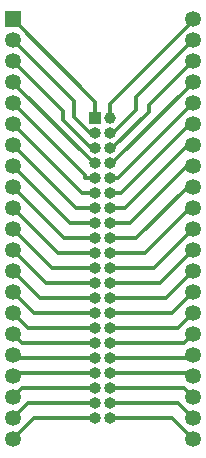
<source format=gbr>
%TF.GenerationSoftware,KiCad,Pcbnew,(6.0.7)*%
%TF.CreationDate,2022-08-07T18:47:35-07:00*%
%TF.ProjectId,SDIP42-adapter,53444950-3432-42d6-9164-61707465722e,rev?*%
%TF.SameCoordinates,Original*%
%TF.FileFunction,Copper,L2,Bot*%
%TF.FilePolarity,Positive*%
%FSLAX46Y46*%
G04 Gerber Fmt 4.6, Leading zero omitted, Abs format (unit mm)*
G04 Created by KiCad (PCBNEW (6.0.7)) date 2022-08-07 18:47:35*
%MOMM*%
%LPD*%
G01*
G04 APERTURE LIST*
%TA.AperFunction,ComponentPad*%
%ADD10R,1.346200X1.346200*%
%TD*%
%TA.AperFunction,ComponentPad*%
%ADD11C,1.346200*%
%TD*%
%TA.AperFunction,ComponentPad*%
%ADD12R,1.000000X1.000000*%
%TD*%
%TA.AperFunction,ComponentPad*%
%ADD13O,1.000000X1.000000*%
%TD*%
%TA.AperFunction,ComponentPad*%
%ADD14C,1.000000*%
%TD*%
%TA.AperFunction,Conductor*%
%ADD15C,0.350000*%
%TD*%
G04 APERTURE END LIST*
D10*
%TO.P,U2,1,A18*%
%TO.N,Net-(U1-Pad1)*%
X136895000Y-62930000D03*
D11*
%TO.P,U2,2,A17*%
%TO.N,Net-(U1-Pad2)*%
X136895000Y-64708000D03*
%TO.P,U2,3,A7*%
%TO.N,Net-(U1-Pad3)*%
X136895000Y-66486000D03*
%TO.P,U2,4,A6*%
%TO.N,Net-(U1-Pad4)*%
X136895000Y-68264000D03*
%TO.P,U2,5,A5*%
%TO.N,Net-(U1-Pad5)*%
X136895000Y-70042000D03*
%TO.P,U2,6,A4*%
%TO.N,Net-(U1-Pad6)*%
X136895000Y-71820000D03*
%TO.P,U2,7,A3*%
%TO.N,Net-(U1-Pad7)*%
X136895000Y-73598000D03*
%TO.P,U2,8,A2*%
%TO.N,Net-(U1-Pad8)*%
X136895000Y-75376000D03*
%TO.P,U2,9,A1*%
%TO.N,Net-(U1-Pad9)*%
X136895000Y-77154000D03*
%TO.P,U2,10,A0*%
%TO.N,Net-(U1-Pad10)*%
X136895000Y-78932000D03*
%TO.P,U2,11,~{E}*%
%TO.N,Net-(U1-Pad11)*%
X136895000Y-80710000D03*
%TO.P,U2,12,GND*%
%TO.N,Net-(U1-Pad12)*%
X136895000Y-82488000D03*
%TO.P,U2,13,~{GVPP}*%
%TO.N,Net-(U1-Pad13)*%
X136895000Y-84266000D03*
%TO.P,U2,14,D0*%
%TO.N,Net-(U1-Pad14)*%
X136895000Y-86044000D03*
%TO.P,U2,15,D8*%
%TO.N,Net-(U1-Pad15)*%
X136895000Y-87822000D03*
%TO.P,U2,16,D1*%
%TO.N,Net-(U1-Pad16)*%
X136895000Y-89600000D03*
%TO.P,U2,17,D9*%
%TO.N,Net-(U1-Pad17)*%
X136895000Y-91378000D03*
%TO.P,U2,18,D2*%
%TO.N,Net-(U1-Pad18)*%
X136895000Y-93156000D03*
%TO.P,U2,19,D10*%
%TO.N,Net-(U1-Pad19)*%
X136895000Y-94934000D03*
%TO.P,U2,20,D3*%
%TO.N,Net-(U1-Pad20)*%
X136895000Y-96712000D03*
%TO.P,U2,21,D11*%
%TO.N,Net-(U1-Pad21)*%
X136895000Y-98490000D03*
%TO.P,U2,22,VCC*%
%TO.N,Net-(U1-Pad22)*%
X152135000Y-98490000D03*
%TO.P,U2,23,D4*%
%TO.N,Net-(U1-Pad23)*%
X152135000Y-96712000D03*
%TO.P,U2,24,D12*%
%TO.N,Net-(U1-Pad24)*%
X152135000Y-94934000D03*
%TO.P,U2,25,D5*%
%TO.N,Net-(U1-Pad25)*%
X152135000Y-93156000D03*
%TO.P,U2,26,D13*%
%TO.N,Net-(U1-Pad26)*%
X152135000Y-91378000D03*
%TO.P,U2,27,D6*%
%TO.N,Net-(U1-Pad27)*%
X152135000Y-89600000D03*
%TO.P,U2,28,D14*%
%TO.N,Net-(U1-Pad28)*%
X152135000Y-87822000D03*
%TO.P,U2,29,D7*%
%TO.N,Net-(U1-Pad29)*%
X152135000Y-86044000D03*
%TO.P,U2,30,D15*%
%TO.N,Net-(U1-Pad30)*%
X152135000Y-84266000D03*
%TO.P,U2,31,GND*%
%TO.N,Net-(U1-Pad31)*%
X152135000Y-82488000D03*
%TO.P,U2,32,A20*%
%TO.N,Net-(U1-Pad32)*%
X152135000Y-80710000D03*
%TO.P,U2,33,A16*%
%TO.N,Net-(U1-Pad33)*%
X152135000Y-78932000D03*
%TO.P,U2,34,A15*%
%TO.N,Net-(U1-Pad34)*%
X152135000Y-77154000D03*
%TO.P,U2,35,A14*%
%TO.N,Net-(U1-Pad35)*%
X152135000Y-75376000D03*
%TO.P,U2,36,A13*%
%TO.N,Net-(U1-Pad36)*%
X152135000Y-73598000D03*
%TO.P,U2,37,A12*%
%TO.N,Net-(U1-Pad37)*%
X152135000Y-71820000D03*
%TO.P,U2,38,A11*%
%TO.N,Net-(U1-Pad38)*%
X152135000Y-70042000D03*
%TO.P,U2,39,A10*%
%TO.N,Net-(U1-Pad39)*%
X152135000Y-68264000D03*
%TO.P,U2,40,A9*%
%TO.N,Net-(U1-Pad40)*%
X152135000Y-66486000D03*
%TO.P,U2,41,A8*%
%TO.N,Net-(U1-Pad41)*%
X152135000Y-64708000D03*
%TO.P,U2,42,A19*%
%TO.N,Net-(U1-Pad42)*%
X152135000Y-62930000D03*
%TD*%
D12*
%TO.P,U1,1,Pin_1*%
%TO.N,Net-(U1-Pad1)*%
X143890000Y-71337000D03*
D13*
%TO.P,U1,2,Pin_2*%
%TO.N,Net-(U1-Pad2)*%
X143890000Y-72607000D03*
%TO.P,U1,3,Pin_3*%
%TO.N,Net-(U1-Pad3)*%
X143890000Y-73877000D03*
%TO.P,U1,4,Pin_4*%
%TO.N,Net-(U1-Pad4)*%
X143890000Y-75147000D03*
%TO.P,U1,5,Pin_5*%
%TO.N,Net-(U1-Pad5)*%
X143890000Y-76417000D03*
%TO.P,U1,6,Pin_6*%
%TO.N,Net-(U1-Pad6)*%
X143890000Y-77687000D03*
%TO.P,U1,7,Pin_7*%
%TO.N,Net-(U1-Pad7)*%
X143890000Y-78957000D03*
%TO.P,U1,8,Pin_8*%
%TO.N,Net-(U1-Pad8)*%
X143890000Y-80227000D03*
%TO.P,U1,9,Pin_9*%
%TO.N,Net-(U1-Pad9)*%
X143890000Y-81497000D03*
%TO.P,U1,10,Pin_10*%
%TO.N,Net-(U1-Pad10)*%
X143890000Y-82767000D03*
%TO.P,U1,11,Pin_11*%
%TO.N,Net-(U1-Pad11)*%
X143890000Y-84037000D03*
%TO.P,U1,12,Pin_12*%
%TO.N,Net-(U1-Pad12)*%
X143890000Y-85307000D03*
%TO.P,U1,13,Pin_13*%
%TO.N,Net-(U1-Pad13)*%
X143890000Y-86577000D03*
%TO.P,U1,14,Pin_14*%
%TO.N,Net-(U1-Pad14)*%
X143890000Y-87847000D03*
%TO.P,U1,15,Pin_15*%
%TO.N,Net-(U1-Pad15)*%
X143890000Y-89117000D03*
%TO.P,U1,16,Pin_16*%
%TO.N,Net-(U1-Pad16)*%
X143890000Y-90387000D03*
%TO.P,U1,17,Pin_17*%
%TO.N,Net-(U1-Pad17)*%
X143890000Y-91657000D03*
%TO.P,U1,18,Pin_18*%
%TO.N,Net-(U1-Pad18)*%
X143890000Y-92927000D03*
%TO.P,U1,19,Pin_19*%
%TO.N,Net-(U1-Pad19)*%
X143890000Y-94197000D03*
%TO.P,U1,20,Pin_20*%
%TO.N,Net-(U1-Pad20)*%
X143890000Y-95467000D03*
%TO.P,U1,21,Pin_21*%
%TO.N,Net-(U1-Pad21)*%
X143890000Y-96737000D03*
%TO.P,U1,22,Pin_22*%
%TO.N,Net-(U1-Pad22)*%
X145160000Y-96737000D03*
%TO.P,U1,23,Pin_23*%
%TO.N,Net-(U1-Pad23)*%
X145160000Y-95467000D03*
%TO.P,U1,24,Pin_24*%
%TO.N,Net-(U1-Pad24)*%
X145160000Y-94197000D03*
%TO.P,U1,25,Pin_25*%
%TO.N,Net-(U1-Pad25)*%
X145160000Y-92927000D03*
%TO.P,U1,26,Pin_26*%
%TO.N,Net-(U1-Pad26)*%
X145160000Y-91657000D03*
%TO.P,U1,27,Pin_27*%
%TO.N,Net-(U1-Pad27)*%
X145160000Y-90387000D03*
%TO.P,U1,28,Pin_28*%
%TO.N,Net-(U1-Pad28)*%
X145160000Y-89117000D03*
%TO.P,U1,29,Pin_29*%
%TO.N,Net-(U1-Pad29)*%
X145160000Y-87847000D03*
%TO.P,U1,30,Pin_30*%
%TO.N,Net-(U1-Pad30)*%
X145160000Y-86577000D03*
%TO.P,U1,31,Pin_31*%
%TO.N,Net-(U1-Pad31)*%
X145160000Y-85307000D03*
%TO.P,U1,32,Pin_32*%
%TO.N,Net-(U1-Pad32)*%
X145160000Y-84037000D03*
%TO.P,U1,33,Pin_33*%
%TO.N,Net-(U1-Pad33)*%
X145160000Y-82767000D03*
%TO.P,U1,34,Pin_34*%
%TO.N,Net-(U1-Pad34)*%
X145160000Y-81497000D03*
%TO.P,U1,35,Pin_35*%
%TO.N,Net-(U1-Pad35)*%
X145160000Y-80227000D03*
%TO.P,U1,36,Pin_36*%
%TO.N,Net-(U1-Pad36)*%
X145160000Y-78957000D03*
%TO.P,U1,37,Pin_37*%
%TO.N,Net-(U1-Pad37)*%
X145160000Y-77687000D03*
%TO.P,U1,38,Pin_38*%
%TO.N,Net-(U1-Pad38)*%
X145160000Y-76417000D03*
%TO.P,U1,39,Pin_39*%
%TO.N,Net-(U1-Pad39)*%
X145160000Y-75147000D03*
%TO.P,U1,40,Pin_40*%
%TO.N,Net-(U1-Pad40)*%
X145160000Y-73877000D03*
%TO.P,U1,41,Pin_41*%
%TO.N,Net-(U1-Pad41)*%
X145160000Y-72607000D03*
D14*
%TO.P,U1,42,Pin_42*%
%TO.N,Net-(U1-Pad42)*%
X145160000Y-71337000D03*
%TD*%
D15*
%TO.N,Net-(U1-Pad42)*%
X145160000Y-70090000D02*
X152135000Y-63115000D01*
X152135000Y-63115000D02*
X152135000Y-62930000D01*
X145160000Y-71337000D02*
X145160000Y-70090000D01*
%TO.N,Net-(U1-Pad1)*%
X143890000Y-69925000D02*
X136895000Y-62930000D01*
X143890000Y-71337000D02*
X143890000Y-69925000D01*
%TO.N,Net-(U1-Pad41)*%
X145343000Y-72607000D02*
X147340000Y-70610000D01*
X152113500Y-64708000D02*
X152135000Y-64708000D01*
X147340000Y-69481500D02*
X152113500Y-64708000D01*
X147340000Y-70610000D02*
X147340000Y-69481500D01*
X145160000Y-72607000D02*
X145343000Y-72607000D01*
%TO.N,Net-(U1-Pad2)*%
X142040000Y-69853000D02*
X136895000Y-64708000D01*
X143410000Y-72607000D02*
X142040000Y-71237000D01*
X142040000Y-71237000D02*
X142040000Y-69853000D01*
X143890000Y-72607000D02*
X143410000Y-72607000D01*
%TO.N,Net-(U1-Pad40)*%
X145160000Y-73877000D02*
X145323000Y-73877000D01*
X148440000Y-70760000D02*
X148440000Y-70181000D01*
X145323000Y-73877000D02*
X148440000Y-70760000D01*
X148440000Y-70181000D02*
X152135000Y-66486000D01*
%TO.N,Net-(U1-Pad3)*%
X143507000Y-73877000D02*
X141140000Y-71510000D01*
X141140000Y-71510000D02*
X141140000Y-70731000D01*
X141140000Y-70731000D02*
X136895000Y-66486000D01*
X143890000Y-73877000D02*
X143507000Y-73877000D01*
%TO.N,Net-(U1-Pad39)*%
X152135000Y-68315000D02*
X152135000Y-68264000D01*
X145160000Y-75147000D02*
X145303000Y-75147000D01*
X145303000Y-75147000D02*
X152135000Y-68315000D01*
%TO.N,Net-(U1-Pad4)*%
X136895000Y-68315000D02*
X136895000Y-68264000D01*
X143890000Y-75147000D02*
X143727000Y-75147000D01*
X143727000Y-75147000D02*
X136895000Y-68315000D01*
%TO.N,Net-(U1-Pad38)*%
X145160000Y-76417000D02*
X145760000Y-76417000D01*
X145760000Y-76417000D02*
X152135000Y-70042000D01*
%TO.N,Net-(U1-Pad5)*%
X143890000Y-76417000D02*
X143014900Y-76417000D01*
X143014900Y-76161900D02*
X136895000Y-70042000D01*
X143014900Y-76417000D02*
X143014900Y-76161900D01*
%TO.N,Net-(U1-Pad37)*%
X145160000Y-77687000D02*
X146035100Y-77687000D01*
X151902100Y-71820000D02*
X152135000Y-71820000D01*
X146035100Y-77687000D02*
X151902100Y-71820000D01*
%TO.N,Net-(U1-Pad6)*%
X143890000Y-77687000D02*
X142762000Y-77687000D01*
X142762000Y-77687000D02*
X136895000Y-71820000D01*
%TO.N,Net-(U1-Pad36)*%
X151752000Y-73598000D02*
X152135000Y-73598000D01*
X145160000Y-78957000D02*
X146393000Y-78957000D01*
X146393000Y-78957000D02*
X151752000Y-73598000D01*
%TO.N,Net-(U1-Pad7)*%
X143890000Y-78957000D02*
X142254000Y-78957000D01*
X142254000Y-78957000D02*
X136895000Y-73598000D01*
%TO.N,Net-(U1-Pad35)*%
X145160000Y-80227000D02*
X146823000Y-80227000D01*
X146823000Y-80227000D02*
X151674000Y-75376000D01*
X151674000Y-75376000D02*
X152135000Y-75376000D01*
%TO.N,Net-(U1-Pad8)*%
X141746000Y-80227000D02*
X136895000Y-75376000D01*
X143890000Y-80227000D02*
X141746000Y-80227000D01*
%TO.N,Net-(U1-Pad34)*%
X151696000Y-77154000D02*
X152135000Y-77154000D01*
X147353000Y-81497000D02*
X151696000Y-77154000D01*
X145160000Y-81497000D02*
X147353000Y-81497000D01*
%TO.N,Net-(U1-Pad9)*%
X141238000Y-81497000D02*
X136895000Y-77154000D01*
X143890000Y-81497000D02*
X141238000Y-81497000D01*
%TO.N,Net-(U1-Pad33)*%
X145160000Y-82767000D02*
X148083000Y-82767000D01*
X148083000Y-82767000D02*
X151918000Y-78932000D01*
X151918000Y-78932000D02*
X152135000Y-78932000D01*
%TO.N,Net-(U1-Pad10)*%
X140730000Y-82767000D02*
X136895000Y-78932000D01*
X143890000Y-82767000D02*
X140730000Y-82767000D01*
%TO.N,Net-(U1-Pad32)*%
X145160000Y-84037000D02*
X148808000Y-84037000D01*
X148808000Y-84037000D02*
X152135000Y-80710000D01*
%TO.N,Net-(U1-Pad11)*%
X140222000Y-84037000D02*
X136895000Y-80710000D01*
X143890000Y-84037000D02*
X140222000Y-84037000D01*
%TO.N,Net-(U1-Pad31)*%
X149316000Y-85307000D02*
X152135000Y-82488000D01*
X145160000Y-85307000D02*
X149316000Y-85307000D01*
%TO.N,Net-(U1-Pad12)*%
X143890000Y-85307000D02*
X139714000Y-85307000D01*
X139714000Y-85307000D02*
X136895000Y-82488000D01*
%TO.N,Net-(U1-Pad30)*%
X149824000Y-86577000D02*
X152135000Y-84266000D01*
X145160000Y-86577000D02*
X149824000Y-86577000D01*
%TO.N,Net-(U1-Pad13)*%
X139206000Y-86577000D02*
X136895000Y-84266000D01*
X143890000Y-86577000D02*
X139206000Y-86577000D01*
%TO.N,Net-(U1-Pad29)*%
X150332000Y-87847000D02*
X152135000Y-86044000D01*
X145160000Y-87847000D02*
X150332000Y-87847000D01*
%TO.N,Net-(U1-Pad14)*%
X143890000Y-87847000D02*
X138698000Y-87847000D01*
X138698000Y-87847000D02*
X136895000Y-86044000D01*
%TO.N,Net-(U1-Pad28)*%
X145160000Y-89117000D02*
X150840000Y-89117000D01*
X150840000Y-89117000D02*
X152135000Y-87822000D01*
%TO.N,Net-(U1-Pad15)*%
X138190000Y-89117000D02*
X136895000Y-87822000D01*
X143890000Y-89117000D02*
X138190000Y-89117000D01*
%TO.N,Net-(U1-Pad27)*%
X151348000Y-90387000D02*
X152135000Y-89600000D01*
X145160000Y-90387000D02*
X151348000Y-90387000D01*
%TO.N,Net-(U1-Pad16)*%
X137682000Y-90387000D02*
X136895000Y-89600000D01*
X143890000Y-90387000D02*
X137682000Y-90387000D01*
%TO.N,Net-(U1-Pad26)*%
X151856000Y-91657000D02*
X152135000Y-91378000D01*
X145160000Y-91657000D02*
X151856000Y-91657000D01*
%TO.N,Net-(U1-Pad17)*%
X137174000Y-91657000D02*
X136895000Y-91378000D01*
X143890000Y-91657000D02*
X137174000Y-91657000D01*
%TO.N,Net-(U1-Pad25)*%
X151906000Y-92927000D02*
X152135000Y-93156000D01*
X145160000Y-92927000D02*
X151906000Y-92927000D01*
%TO.N,Net-(U1-Pad18)*%
X137124000Y-92927000D02*
X136895000Y-93156000D01*
X143890000Y-92927000D02*
X137124000Y-92927000D01*
%TO.N,Net-(U1-Pad24)*%
X151398000Y-94197000D02*
X152135000Y-94934000D01*
X145160000Y-94197000D02*
X151398000Y-94197000D01*
%TO.N,Net-(U1-Pad19)*%
X143890000Y-94197000D02*
X137632000Y-94197000D01*
X137632000Y-94197000D02*
X136895000Y-94934000D01*
%TO.N,Net-(U1-Pad23)*%
X150890000Y-95467000D02*
X152135000Y-96712000D01*
X145160000Y-95467000D02*
X150890000Y-95467000D01*
%TO.N,Net-(U1-Pad20)*%
X138140000Y-95467000D02*
X136895000Y-96712000D01*
X143890000Y-95467000D02*
X138140000Y-95467000D01*
%TO.N,Net-(U1-Pad22)*%
X145160000Y-96737000D02*
X150382000Y-96737000D01*
X150382000Y-96737000D02*
X152135000Y-98490000D01*
%TO.N,Net-(U1-Pad21)*%
X138648000Y-96737000D02*
X136895000Y-98490000D01*
X143890000Y-96737000D02*
X138648000Y-96737000D01*
%TD*%
M02*

</source>
